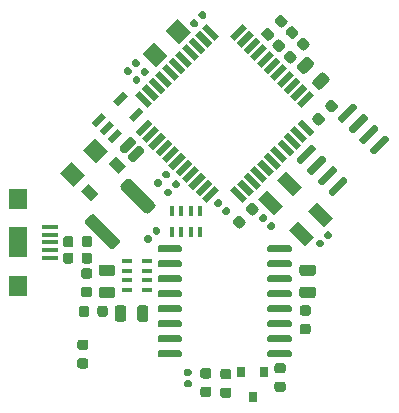
<source format=gbr>
G04 #@! TF.GenerationSoftware,KiCad,Pcbnew,(5.1.6)-1*
G04 #@! TF.CreationDate,2020-09-19T09:47:57+02:00*
G04 #@! TF.ProjectId,ArduinoProMicroUSB,41726475-696e-46f5-9072-6f4d6963726f,rev?*
G04 #@! TF.SameCoordinates,Original*
G04 #@! TF.FileFunction,Paste,Top*
G04 #@! TF.FilePolarity,Positive*
%FSLAX46Y46*%
G04 Gerber Fmt 4.6, Leading zero omitted, Abs format (unit mm)*
G04 Created by KiCad (PCBNEW (5.1.6)-1) date 2020-09-19 09:47:57*
%MOMM*%
%LPD*%
G01*
G04 APERTURE LIST*
%ADD10C,0.100000*%
%ADD11R,1.399540X0.398780*%
%ADD12R,1.498600X1.798320*%
%ADD13R,1.498600X2.499360*%
%ADD14R,0.797560X0.899160*%
%ADD15R,0.900000X0.400000*%
%ADD16R,0.400000X0.900000*%
G04 APERTURE END LIST*
D10*
G36*
X163620188Y-52472866D02*
G01*
X163231280Y-52083958D01*
X164291940Y-51023298D01*
X164680848Y-51412206D01*
X163620188Y-52472866D01*
G37*
G36*
X164185874Y-53038551D02*
G01*
X163796966Y-52649643D01*
X164857626Y-51588983D01*
X165246534Y-51977891D01*
X164185874Y-53038551D01*
G37*
G36*
X164751559Y-53604236D02*
G01*
X164362651Y-53215328D01*
X165423311Y-52154668D01*
X165812219Y-52543576D01*
X164751559Y-53604236D01*
G37*
G36*
X165317244Y-54169922D02*
G01*
X164928336Y-53781014D01*
X165988996Y-52720354D01*
X166377904Y-53109262D01*
X165317244Y-54169922D01*
G37*
G36*
X165882930Y-54735607D02*
G01*
X165494022Y-54346699D01*
X166554682Y-53286039D01*
X166943590Y-53674947D01*
X165882930Y-54735607D01*
G37*
G36*
X166448615Y-55301293D02*
G01*
X166059707Y-54912385D01*
X167120367Y-53851725D01*
X167509275Y-54240633D01*
X166448615Y-55301293D01*
G37*
G36*
X167014301Y-55866978D02*
G01*
X166625393Y-55478070D01*
X167686053Y-54417410D01*
X168074961Y-54806318D01*
X167014301Y-55866978D01*
G37*
G36*
X167579986Y-56432664D02*
G01*
X167191078Y-56043756D01*
X168251738Y-54983096D01*
X168640646Y-55372004D01*
X167579986Y-56432664D01*
G37*
G36*
X168145672Y-56998349D02*
G01*
X167756764Y-56609441D01*
X168817424Y-55548781D01*
X169206332Y-55937689D01*
X168145672Y-56998349D01*
G37*
G36*
X168711357Y-57564034D02*
G01*
X168322449Y-57175126D01*
X169383109Y-56114466D01*
X169772017Y-56503374D01*
X168711357Y-57564034D01*
G37*
G36*
X169277042Y-58129720D02*
G01*
X168888134Y-57740812D01*
X169948794Y-56680152D01*
X170337702Y-57069060D01*
X169277042Y-58129720D01*
G37*
G36*
X172741866Y-57740812D02*
G01*
X172352958Y-58129720D01*
X171292298Y-57069060D01*
X171681206Y-56680152D01*
X172741866Y-57740812D01*
G37*
G36*
X173307551Y-57175126D02*
G01*
X172918643Y-57564034D01*
X171857983Y-56503374D01*
X172246891Y-56114466D01*
X173307551Y-57175126D01*
G37*
G36*
X173873236Y-56609441D02*
G01*
X173484328Y-56998349D01*
X172423668Y-55937689D01*
X172812576Y-55548781D01*
X173873236Y-56609441D01*
G37*
G36*
X174438922Y-56043756D02*
G01*
X174050014Y-56432664D01*
X172989354Y-55372004D01*
X173378262Y-54983096D01*
X174438922Y-56043756D01*
G37*
G36*
X175004607Y-55478070D02*
G01*
X174615699Y-55866978D01*
X173555039Y-54806318D01*
X173943947Y-54417410D01*
X175004607Y-55478070D01*
G37*
G36*
X175570293Y-54912385D02*
G01*
X175181385Y-55301293D01*
X174120725Y-54240633D01*
X174509633Y-53851725D01*
X175570293Y-54912385D01*
G37*
G36*
X176135978Y-54346699D02*
G01*
X175747070Y-54735607D01*
X174686410Y-53674947D01*
X175075318Y-53286039D01*
X176135978Y-54346699D01*
G37*
G36*
X176701664Y-53781014D02*
G01*
X176312756Y-54169922D01*
X175252096Y-53109262D01*
X175641004Y-52720354D01*
X176701664Y-53781014D01*
G37*
G36*
X177267349Y-53215328D02*
G01*
X176878441Y-53604236D01*
X175817781Y-52543576D01*
X176206689Y-52154668D01*
X177267349Y-53215328D01*
G37*
G36*
X177833034Y-52649643D02*
G01*
X177444126Y-53038551D01*
X176383466Y-51977891D01*
X176772374Y-51588983D01*
X177833034Y-52649643D01*
G37*
G36*
X178398720Y-52083958D02*
G01*
X178009812Y-52472866D01*
X176949152Y-51412206D01*
X177338060Y-51023298D01*
X178398720Y-52083958D01*
G37*
G36*
X177338060Y-50068702D02*
G01*
X176949152Y-49679794D01*
X178009812Y-48619134D01*
X178398720Y-49008042D01*
X177338060Y-50068702D01*
G37*
G36*
X176772374Y-49503017D02*
G01*
X176383466Y-49114109D01*
X177444126Y-48053449D01*
X177833034Y-48442357D01*
X176772374Y-49503017D01*
G37*
G36*
X176206689Y-48937332D02*
G01*
X175817781Y-48548424D01*
X176878441Y-47487764D01*
X177267349Y-47876672D01*
X176206689Y-48937332D01*
G37*
G36*
X175641004Y-48371646D02*
G01*
X175252096Y-47982738D01*
X176312756Y-46922078D01*
X176701664Y-47310986D01*
X175641004Y-48371646D01*
G37*
G36*
X175075318Y-47805961D02*
G01*
X174686410Y-47417053D01*
X175747070Y-46356393D01*
X176135978Y-46745301D01*
X175075318Y-47805961D01*
G37*
G36*
X174509633Y-47240275D02*
G01*
X174120725Y-46851367D01*
X175181385Y-45790707D01*
X175570293Y-46179615D01*
X174509633Y-47240275D01*
G37*
G36*
X173943947Y-46674590D02*
G01*
X173555039Y-46285682D01*
X174615699Y-45225022D01*
X175004607Y-45613930D01*
X173943947Y-46674590D01*
G37*
G36*
X173378262Y-46108904D02*
G01*
X172989354Y-45719996D01*
X174050014Y-44659336D01*
X174438922Y-45048244D01*
X173378262Y-46108904D01*
G37*
G36*
X172812576Y-45543219D02*
G01*
X172423668Y-45154311D01*
X173484328Y-44093651D01*
X173873236Y-44482559D01*
X172812576Y-45543219D01*
G37*
G36*
X172246891Y-44977534D02*
G01*
X171857983Y-44588626D01*
X172918643Y-43527966D01*
X173307551Y-43916874D01*
X172246891Y-44977534D01*
G37*
G36*
X171681206Y-44411848D02*
G01*
X171292298Y-44022940D01*
X172352958Y-42962280D01*
X172741866Y-43351188D01*
X171681206Y-44411848D01*
G37*
G36*
X170337702Y-44022940D02*
G01*
X169948794Y-44411848D01*
X168888134Y-43351188D01*
X169277042Y-42962280D01*
X170337702Y-44022940D01*
G37*
G36*
X169772017Y-44588626D02*
G01*
X169383109Y-44977534D01*
X168322449Y-43916874D01*
X168711357Y-43527966D01*
X169772017Y-44588626D01*
G37*
G36*
X169206332Y-45154311D02*
G01*
X168817424Y-45543219D01*
X167756764Y-44482559D01*
X168145672Y-44093651D01*
X169206332Y-45154311D01*
G37*
G36*
X168640646Y-45719996D02*
G01*
X168251738Y-46108904D01*
X167191078Y-45048244D01*
X167579986Y-44659336D01*
X168640646Y-45719996D01*
G37*
G36*
X168074961Y-46285682D02*
G01*
X167686053Y-46674590D01*
X166625393Y-45613930D01*
X167014301Y-45225022D01*
X168074961Y-46285682D01*
G37*
G36*
X167509275Y-46851367D02*
G01*
X167120367Y-47240275D01*
X166059707Y-46179615D01*
X166448615Y-45790707D01*
X167509275Y-46851367D01*
G37*
G36*
X166943590Y-47417053D02*
G01*
X166554682Y-47805961D01*
X165494022Y-46745301D01*
X165882930Y-46356393D01*
X166943590Y-47417053D01*
G37*
G36*
X166377904Y-47982738D02*
G01*
X165988996Y-48371646D01*
X164928336Y-47310986D01*
X165317244Y-46922078D01*
X166377904Y-47982738D01*
G37*
G36*
X165812219Y-48548424D02*
G01*
X165423311Y-48937332D01*
X164362651Y-47876672D01*
X164751559Y-47487764D01*
X165812219Y-48548424D01*
G37*
G36*
X165246534Y-49114109D02*
G01*
X164857626Y-49503017D01*
X163796966Y-48442357D01*
X164185874Y-48053449D01*
X165246534Y-49114109D01*
G37*
G36*
X164680848Y-49679794D02*
G01*
X164291940Y-50068702D01*
X163231280Y-49008042D01*
X163620188Y-48619134D01*
X164680848Y-49679794D01*
G37*
G36*
G01*
X165140000Y-62164100D02*
X165140000Y-61864100D01*
G75*
G02*
X165290000Y-61714100I150000J0D01*
G01*
X167040000Y-61714100D01*
G75*
G02*
X167190000Y-61864100I0J-150000D01*
G01*
X167190000Y-62164100D01*
G75*
G02*
X167040000Y-62314100I-150000J0D01*
G01*
X165290000Y-62314100D01*
G75*
G02*
X165140000Y-62164100I0J150000D01*
G01*
G37*
G36*
G01*
X165140000Y-63434100D02*
X165140000Y-63134100D01*
G75*
G02*
X165290000Y-62984100I150000J0D01*
G01*
X167040000Y-62984100D01*
G75*
G02*
X167190000Y-63134100I0J-150000D01*
G01*
X167190000Y-63434100D01*
G75*
G02*
X167040000Y-63584100I-150000J0D01*
G01*
X165290000Y-63584100D01*
G75*
G02*
X165140000Y-63434100I0J150000D01*
G01*
G37*
G36*
G01*
X165140000Y-64704100D02*
X165140000Y-64404100D01*
G75*
G02*
X165290000Y-64254100I150000J0D01*
G01*
X167040000Y-64254100D01*
G75*
G02*
X167190000Y-64404100I0J-150000D01*
G01*
X167190000Y-64704100D01*
G75*
G02*
X167040000Y-64854100I-150000J0D01*
G01*
X165290000Y-64854100D01*
G75*
G02*
X165140000Y-64704100I0J150000D01*
G01*
G37*
G36*
G01*
X165140000Y-65974100D02*
X165140000Y-65674100D01*
G75*
G02*
X165290000Y-65524100I150000J0D01*
G01*
X167040000Y-65524100D01*
G75*
G02*
X167190000Y-65674100I0J-150000D01*
G01*
X167190000Y-65974100D01*
G75*
G02*
X167040000Y-66124100I-150000J0D01*
G01*
X165290000Y-66124100D01*
G75*
G02*
X165140000Y-65974100I0J150000D01*
G01*
G37*
G36*
G01*
X165140000Y-67244100D02*
X165140000Y-66944100D01*
G75*
G02*
X165290000Y-66794100I150000J0D01*
G01*
X167040000Y-66794100D01*
G75*
G02*
X167190000Y-66944100I0J-150000D01*
G01*
X167190000Y-67244100D01*
G75*
G02*
X167040000Y-67394100I-150000J0D01*
G01*
X165290000Y-67394100D01*
G75*
G02*
X165140000Y-67244100I0J150000D01*
G01*
G37*
G36*
G01*
X165140000Y-68514100D02*
X165140000Y-68214100D01*
G75*
G02*
X165290000Y-68064100I150000J0D01*
G01*
X167040000Y-68064100D01*
G75*
G02*
X167190000Y-68214100I0J-150000D01*
G01*
X167190000Y-68514100D01*
G75*
G02*
X167040000Y-68664100I-150000J0D01*
G01*
X165290000Y-68664100D01*
G75*
G02*
X165140000Y-68514100I0J150000D01*
G01*
G37*
G36*
G01*
X165140000Y-69784100D02*
X165140000Y-69484100D01*
G75*
G02*
X165290000Y-69334100I150000J0D01*
G01*
X167040000Y-69334100D01*
G75*
G02*
X167190000Y-69484100I0J-150000D01*
G01*
X167190000Y-69784100D01*
G75*
G02*
X167040000Y-69934100I-150000J0D01*
G01*
X165290000Y-69934100D01*
G75*
G02*
X165140000Y-69784100I0J150000D01*
G01*
G37*
G36*
G01*
X165140000Y-71054100D02*
X165140000Y-70754100D01*
G75*
G02*
X165290000Y-70604100I150000J0D01*
G01*
X167040000Y-70604100D01*
G75*
G02*
X167190000Y-70754100I0J-150000D01*
G01*
X167190000Y-71054100D01*
G75*
G02*
X167040000Y-71204100I-150000J0D01*
G01*
X165290000Y-71204100D01*
G75*
G02*
X165140000Y-71054100I0J150000D01*
G01*
G37*
G36*
G01*
X174440000Y-71054100D02*
X174440000Y-70754100D01*
G75*
G02*
X174590000Y-70604100I150000J0D01*
G01*
X176340000Y-70604100D01*
G75*
G02*
X176490000Y-70754100I0J-150000D01*
G01*
X176490000Y-71054100D01*
G75*
G02*
X176340000Y-71204100I-150000J0D01*
G01*
X174590000Y-71204100D01*
G75*
G02*
X174440000Y-71054100I0J150000D01*
G01*
G37*
G36*
G01*
X174440000Y-69784100D02*
X174440000Y-69484100D01*
G75*
G02*
X174590000Y-69334100I150000J0D01*
G01*
X176340000Y-69334100D01*
G75*
G02*
X176490000Y-69484100I0J-150000D01*
G01*
X176490000Y-69784100D01*
G75*
G02*
X176340000Y-69934100I-150000J0D01*
G01*
X174590000Y-69934100D01*
G75*
G02*
X174440000Y-69784100I0J150000D01*
G01*
G37*
G36*
G01*
X174440000Y-68514100D02*
X174440000Y-68214100D01*
G75*
G02*
X174590000Y-68064100I150000J0D01*
G01*
X176340000Y-68064100D01*
G75*
G02*
X176490000Y-68214100I0J-150000D01*
G01*
X176490000Y-68514100D01*
G75*
G02*
X176340000Y-68664100I-150000J0D01*
G01*
X174590000Y-68664100D01*
G75*
G02*
X174440000Y-68514100I0J150000D01*
G01*
G37*
G36*
G01*
X174440000Y-67244100D02*
X174440000Y-66944100D01*
G75*
G02*
X174590000Y-66794100I150000J0D01*
G01*
X176340000Y-66794100D01*
G75*
G02*
X176490000Y-66944100I0J-150000D01*
G01*
X176490000Y-67244100D01*
G75*
G02*
X176340000Y-67394100I-150000J0D01*
G01*
X174590000Y-67394100D01*
G75*
G02*
X174440000Y-67244100I0J150000D01*
G01*
G37*
G36*
G01*
X174440000Y-65974100D02*
X174440000Y-65674100D01*
G75*
G02*
X174590000Y-65524100I150000J0D01*
G01*
X176340000Y-65524100D01*
G75*
G02*
X176490000Y-65674100I0J-150000D01*
G01*
X176490000Y-65974100D01*
G75*
G02*
X176340000Y-66124100I-150000J0D01*
G01*
X174590000Y-66124100D01*
G75*
G02*
X174440000Y-65974100I0J150000D01*
G01*
G37*
G36*
G01*
X174440000Y-64704100D02*
X174440000Y-64404100D01*
G75*
G02*
X174590000Y-64254100I150000J0D01*
G01*
X176340000Y-64254100D01*
G75*
G02*
X176490000Y-64404100I0J-150000D01*
G01*
X176490000Y-64704100D01*
G75*
G02*
X176340000Y-64854100I-150000J0D01*
G01*
X174590000Y-64854100D01*
G75*
G02*
X174440000Y-64704100I0J150000D01*
G01*
G37*
G36*
G01*
X174440000Y-63434100D02*
X174440000Y-63134100D01*
G75*
G02*
X174590000Y-62984100I150000J0D01*
G01*
X176340000Y-62984100D01*
G75*
G02*
X176490000Y-63134100I0J-150000D01*
G01*
X176490000Y-63434100D01*
G75*
G02*
X176340000Y-63584100I-150000J0D01*
G01*
X174590000Y-63584100D01*
G75*
G02*
X174440000Y-63434100I0J150000D01*
G01*
G37*
G36*
G01*
X174440000Y-62164100D02*
X174440000Y-61864100D01*
G75*
G02*
X174590000Y-61714100I150000J0D01*
G01*
X176340000Y-61714100D01*
G75*
G02*
X176490000Y-61864100I0J-150000D01*
G01*
X176490000Y-62164100D01*
G75*
G02*
X176340000Y-62314100I-150000J0D01*
G01*
X174590000Y-62314100D01*
G75*
G02*
X174440000Y-62164100I0J150000D01*
G01*
G37*
G36*
G01*
X164366000Y-67044250D02*
X164366000Y-67956750D01*
G75*
G02*
X164122250Y-68200500I-243750J0D01*
G01*
X163634750Y-68200500D01*
G75*
G02*
X163391000Y-67956750I0J243750D01*
G01*
X163391000Y-67044250D01*
G75*
G02*
X163634750Y-66800500I243750J0D01*
G01*
X164122250Y-66800500D01*
G75*
G02*
X164366000Y-67044250I0J-243750D01*
G01*
G37*
G36*
G01*
X162491000Y-67044250D02*
X162491000Y-67956750D01*
G75*
G02*
X162247250Y-68200500I-243750J0D01*
G01*
X161759750Y-68200500D01*
G75*
G02*
X161516000Y-67956750I0J243750D01*
G01*
X161516000Y-67044250D01*
G75*
G02*
X161759750Y-66800500I243750J0D01*
G01*
X162247250Y-66800500D01*
G75*
G02*
X162491000Y-67044250I0J-243750D01*
G01*
G37*
D11*
X156049980Y-61468000D03*
X156049980Y-60820300D03*
X156049980Y-62765940D03*
X156049980Y-62115700D03*
D12*
X153352500Y-65145920D03*
X153352500Y-57790080D03*
D13*
X153352500Y-61468000D03*
D11*
X156049980Y-60170060D03*
G36*
G01*
X179638245Y-47829923D02*
X178993010Y-48475158D01*
G75*
G02*
X178648296Y-48475158I-172357J172357D01*
G01*
X178303581Y-48130443D01*
G75*
G02*
X178303581Y-47785729I172357J172357D01*
G01*
X178948816Y-47140494D01*
G75*
G02*
X179293530Y-47140494I172357J-172357D01*
G01*
X179638245Y-47485209D01*
G75*
G02*
X179638245Y-47829923I-172357J-172357D01*
G01*
G37*
G36*
G01*
X178312419Y-46504097D02*
X177667184Y-47149332D01*
G75*
G02*
X177322470Y-47149332I-172357J172357D01*
G01*
X176977755Y-46804617D01*
G75*
G02*
X176977755Y-46459903I172357J172357D01*
G01*
X177622990Y-45814668D01*
G75*
G02*
X177967704Y-45814668I172357J-172357D01*
G01*
X178312419Y-46159383D01*
G75*
G02*
X178312419Y-46504097I-172357J-172357D01*
G01*
G37*
D10*
G36*
X160952670Y-53791046D02*
G01*
X159963046Y-54780670D01*
X158833330Y-53650954D01*
X159822954Y-52661330D01*
X160952670Y-53791046D01*
G37*
G36*
X158973422Y-55770294D02*
G01*
X157983798Y-56759918D01*
X156854082Y-55630202D01*
X157843706Y-54640578D01*
X158973422Y-55770294D01*
G37*
G36*
X165830054Y-43542730D02*
G01*
X166819678Y-42553106D01*
X167949394Y-43682822D01*
X166959770Y-44672446D01*
X165830054Y-43542730D01*
G37*
G36*
X163850806Y-45521978D02*
G01*
X164840430Y-44532354D01*
X165970146Y-45662070D01*
X164980522Y-46651694D01*
X163850806Y-45521978D01*
G37*
G36*
G01*
X162697374Y-46646775D02*
X162941325Y-46890727D01*
G75*
G02*
X162941325Y-47099323I-104298J-104298D01*
G01*
X162732729Y-47307919D01*
G75*
G02*
X162524133Y-47307919I-104298J104298D01*
G01*
X162280181Y-47063967D01*
G75*
G02*
X162280181Y-46855371I104298J104298D01*
G01*
X162488777Y-46646775D01*
G75*
G02*
X162697373Y-46646775I104298J-104298D01*
G01*
G37*
G36*
G01*
X163383268Y-45960881D02*
X163627219Y-46204833D01*
G75*
G02*
X163627219Y-46413429I-104298J-104298D01*
G01*
X163418623Y-46622025D01*
G75*
G02*
X163210027Y-46622025I-104298J104298D01*
G01*
X162966075Y-46378073D01*
G75*
G02*
X162966075Y-46169477I104298J104298D01*
G01*
X163174671Y-45960881D01*
G75*
G02*
X163383267Y-45960881I104298J-104298D01*
G01*
G37*
G36*
G01*
X168162932Y-43256619D02*
X167918981Y-43012667D01*
G75*
G02*
X167918981Y-42804071I104298J104298D01*
G01*
X168127577Y-42595475D01*
G75*
G02*
X168336173Y-42595475I104298J-104298D01*
G01*
X168580125Y-42839427D01*
G75*
G02*
X168580125Y-43048023I-104298J-104298D01*
G01*
X168371529Y-43256619D01*
G75*
G02*
X168162933Y-43256619I-104298J104298D01*
G01*
G37*
G36*
G01*
X168848826Y-42570725D02*
X168604875Y-42326773D01*
G75*
G02*
X168604875Y-42118177I104298J104298D01*
G01*
X168813471Y-41909581D01*
G75*
G02*
X169022067Y-41909581I104298J-104298D01*
G01*
X169266019Y-42153533D01*
G75*
G02*
X169266019Y-42362129I-104298J-104298D01*
G01*
X169057423Y-42570725D01*
G75*
G02*
X168848827Y-42570725I-104298J104298D01*
G01*
G37*
G36*
G01*
X178978774Y-61226375D02*
X179222725Y-61470327D01*
G75*
G02*
X179222725Y-61678923I-104298J-104298D01*
G01*
X179014129Y-61887519D01*
G75*
G02*
X178805533Y-61887519I-104298J104298D01*
G01*
X178561581Y-61643567D01*
G75*
G02*
X178561581Y-61434971I104298J104298D01*
G01*
X178770177Y-61226375D01*
G75*
G02*
X178978773Y-61226375I104298J-104298D01*
G01*
G37*
G36*
G01*
X179664668Y-60540481D02*
X179908619Y-60784433D01*
G75*
G02*
X179908619Y-60993029I-104298J-104298D01*
G01*
X179700023Y-61201625D01*
G75*
G02*
X179491427Y-61201625I-104298J104298D01*
G01*
X179247475Y-60957673D01*
G75*
G02*
X179247475Y-60749077I104298J104298D01*
G01*
X179456071Y-60540481D01*
G75*
G02*
X179664667Y-60540481I104298J-104298D01*
G01*
G37*
G36*
G01*
X174446875Y-60009826D02*
X174690827Y-59765875D01*
G75*
G02*
X174899423Y-59765875I104298J-104298D01*
G01*
X175108019Y-59974471D01*
G75*
G02*
X175108019Y-60183067I-104298J-104298D01*
G01*
X174864067Y-60427019D01*
G75*
G02*
X174655471Y-60427019I-104298J104298D01*
G01*
X174446875Y-60218423D01*
G75*
G02*
X174446875Y-60009827I104298J104298D01*
G01*
G37*
G36*
G01*
X173760981Y-59323932D02*
X174004933Y-59079981D01*
G75*
G02*
X174213529Y-59079981I104298J-104298D01*
G01*
X174422125Y-59288577D01*
G75*
G02*
X174422125Y-59497173I-104298J-104298D01*
G01*
X174178173Y-59741125D01*
G75*
G02*
X173969577Y-59741125I-104298J104298D01*
G01*
X173760981Y-59532529D01*
G75*
G02*
X173760981Y-59323933I104298J104298D01*
G01*
G37*
G36*
G01*
X167876000Y-73741500D02*
X167531000Y-73741500D01*
G75*
G02*
X167383500Y-73594000I0J147500D01*
G01*
X167383500Y-73299000D01*
G75*
G02*
X167531000Y-73151500I147500J0D01*
G01*
X167876000Y-73151500D01*
G75*
G02*
X168023500Y-73299000I0J-147500D01*
G01*
X168023500Y-73594000D01*
G75*
G02*
X167876000Y-73741500I-147500J0D01*
G01*
G37*
G36*
G01*
X167876000Y-72771500D02*
X167531000Y-72771500D01*
G75*
G02*
X167383500Y-72624000I0J147500D01*
G01*
X167383500Y-72329000D01*
G75*
G02*
X167531000Y-72181500I147500J0D01*
G01*
X167876000Y-72181500D01*
G75*
G02*
X168023500Y-72329000I0J-147500D01*
G01*
X168023500Y-72624000D01*
G75*
G02*
X167876000Y-72771500I-147500J0D01*
G01*
G37*
G36*
G01*
X164962626Y-60807925D02*
X164718675Y-60563973D01*
G75*
G02*
X164718675Y-60355377I104298J104298D01*
G01*
X164927271Y-60146781D01*
G75*
G02*
X165135867Y-60146781I104298J-104298D01*
G01*
X165379819Y-60390733D01*
G75*
G02*
X165379819Y-60599329I-104298J-104298D01*
G01*
X165171223Y-60807925D01*
G75*
G02*
X164962627Y-60807925I-104298J104298D01*
G01*
G37*
G36*
G01*
X164276732Y-61493819D02*
X164032781Y-61249867D01*
G75*
G02*
X164032781Y-61041271I104298J104298D01*
G01*
X164241377Y-60832675D01*
G75*
G02*
X164449973Y-60832675I104298J-104298D01*
G01*
X164693925Y-61076627D01*
G75*
G02*
X164693925Y-61285223I-104298J-104298D01*
G01*
X164485329Y-61493819D01*
G75*
G02*
X164276733Y-61493819I-104298J104298D01*
G01*
G37*
G36*
G01*
X171298019Y-58913068D02*
X171054067Y-59157019D01*
G75*
G02*
X170845471Y-59157019I-104298J104298D01*
G01*
X170636875Y-58948423D01*
G75*
G02*
X170636875Y-58739827I104298J104298D01*
G01*
X170880827Y-58495875D01*
G75*
G02*
X171089423Y-58495875I104298J-104298D01*
G01*
X171298019Y-58704471D01*
G75*
G02*
X171298019Y-58913067I-104298J-104298D01*
G01*
G37*
G36*
G01*
X170612125Y-58227174D02*
X170368173Y-58471125D01*
G75*
G02*
X170159577Y-58471125I-104298J104298D01*
G01*
X169950981Y-58262529D01*
G75*
G02*
X169950981Y-58053933I104298J104298D01*
G01*
X170194933Y-57809981D01*
G75*
G02*
X170403529Y-57809981I104298J-104298D01*
G01*
X170612125Y-58018577D01*
G75*
G02*
X170612125Y-58227173I-104298J-104298D01*
G01*
G37*
G36*
G01*
X163273432Y-48044519D02*
X163029481Y-47800567D01*
G75*
G02*
X163029481Y-47591971I104298J104298D01*
G01*
X163238077Y-47383375D01*
G75*
G02*
X163446673Y-47383375I104298J-104298D01*
G01*
X163690625Y-47627327D01*
G75*
G02*
X163690625Y-47835923I-104298J-104298D01*
G01*
X163482029Y-48044519D01*
G75*
G02*
X163273433Y-48044519I-104298J104298D01*
G01*
G37*
G36*
G01*
X163959326Y-47358625D02*
X163715375Y-47114673D01*
G75*
G02*
X163715375Y-46906077I104298J104298D01*
G01*
X163923971Y-46697481D01*
G75*
G02*
X164132567Y-46697481I104298J-104298D01*
G01*
X164376519Y-46941433D01*
G75*
G02*
X164376519Y-47150029I-104298J-104298D01*
G01*
X164167923Y-47358625D01*
G75*
G02*
X163959327Y-47358625I-104298J104298D01*
G01*
G37*
G36*
G01*
X165114932Y-56744019D02*
X164870981Y-56500067D01*
G75*
G02*
X164870981Y-56291471I104298J104298D01*
G01*
X165079577Y-56082875D01*
G75*
G02*
X165288173Y-56082875I104298J-104298D01*
G01*
X165532125Y-56326827D01*
G75*
G02*
X165532125Y-56535423I-104298J-104298D01*
G01*
X165323529Y-56744019D01*
G75*
G02*
X165114933Y-56744019I-104298J104298D01*
G01*
G37*
G36*
G01*
X165800826Y-56058125D02*
X165556875Y-55814173D01*
G75*
G02*
X165556875Y-55605577I104298J104298D01*
G01*
X165765471Y-55396981D01*
G75*
G02*
X165974067Y-55396981I104298J-104298D01*
G01*
X166218019Y-55640933D01*
G75*
G02*
X166218019Y-55849529I-104298J-104298D01*
G01*
X166009423Y-56058125D01*
G75*
G02*
X165800827Y-56058125I-104298J104298D01*
G01*
G37*
G36*
G01*
X166799568Y-56222481D02*
X167043519Y-56466433D01*
G75*
G02*
X167043519Y-56675029I-104298J-104298D01*
G01*
X166834923Y-56883625D01*
G75*
G02*
X166626327Y-56883625I-104298J104298D01*
G01*
X166382375Y-56639673D01*
G75*
G02*
X166382375Y-56431077I104298J104298D01*
G01*
X166590971Y-56222481D01*
G75*
G02*
X166799567Y-56222481I104298J-104298D01*
G01*
G37*
G36*
G01*
X166113674Y-56908375D02*
X166357625Y-57152327D01*
G75*
G02*
X166357625Y-57360923I-104298J-104298D01*
G01*
X166149029Y-57569519D01*
G75*
G02*
X165940433Y-57569519I-104298J104298D01*
G01*
X165696481Y-57325567D01*
G75*
G02*
X165696481Y-57116971I104298J104298D01*
G01*
X165905077Y-56908375D01*
G75*
G02*
X166113673Y-56908375I104298J-104298D01*
G01*
G37*
G36*
X159507114Y-58003414D02*
G01*
X158658586Y-57154886D01*
X159294982Y-56518490D01*
X160143510Y-57367018D01*
X159507114Y-58003414D01*
G37*
G36*
X161840566Y-55669962D02*
G01*
X160992038Y-54821434D01*
X161628434Y-54185038D01*
X162476962Y-55033566D01*
X161840566Y-55669962D01*
G37*
G36*
G01*
X177394550Y-65220000D02*
X178307050Y-65220000D01*
G75*
G02*
X178550800Y-65463750I0J-243750D01*
G01*
X178550800Y-65951250D01*
G75*
G02*
X178307050Y-66195000I-243750J0D01*
G01*
X177394550Y-66195000D01*
G75*
G02*
X177150800Y-65951250I0J243750D01*
G01*
X177150800Y-65463750D01*
G75*
G02*
X177394550Y-65220000I243750J0D01*
G01*
G37*
G36*
G01*
X177394550Y-63345000D02*
X178307050Y-63345000D01*
G75*
G02*
X178550800Y-63588750I0J-243750D01*
G01*
X178550800Y-64076250D01*
G75*
G02*
X178307050Y-64320000I-243750J0D01*
G01*
X177394550Y-64320000D01*
G75*
G02*
X177150800Y-64076250I0J243750D01*
G01*
X177150800Y-63588750D01*
G75*
G02*
X177394550Y-63345000I243750J0D01*
G01*
G37*
G36*
G01*
X160389250Y-63345000D02*
X161301750Y-63345000D01*
G75*
G02*
X161545500Y-63588750I0J-243750D01*
G01*
X161545500Y-64076250D01*
G75*
G02*
X161301750Y-64320000I-243750J0D01*
G01*
X160389250Y-64320000D01*
G75*
G02*
X160145500Y-64076250I0J243750D01*
G01*
X160145500Y-63588750D01*
G75*
G02*
X160389250Y-63345000I243750J0D01*
G01*
G37*
G36*
G01*
X160389250Y-65220000D02*
X161301750Y-65220000D01*
G75*
G02*
X161545500Y-65463750I0J-243750D01*
G01*
X161545500Y-65951250D01*
G75*
G02*
X161301750Y-66195000I-243750J0D01*
G01*
X160389250Y-66195000D01*
G75*
G02*
X160145500Y-65951250I0J243750D01*
G01*
X160145500Y-65463750D01*
G75*
G02*
X160389250Y-65220000I243750J0D01*
G01*
G37*
G36*
G01*
X161091917Y-62002194D02*
X159041306Y-59951583D01*
G75*
G02*
X159041306Y-59598031I176776J176776D01*
G01*
X159483249Y-59156088D01*
G75*
G02*
X159836801Y-59156088I176776J-176776D01*
G01*
X161887412Y-61206699D01*
G75*
G02*
X161887412Y-61560251I-176776J-176776D01*
G01*
X161445469Y-62002194D01*
G75*
G02*
X161091917Y-62002194I-176776J176776D01*
G01*
G37*
G36*
G01*
X164114799Y-58979312D02*
X162064188Y-56928701D01*
G75*
G02*
X162064188Y-56575149I176776J176776D01*
G01*
X162506131Y-56133206D01*
G75*
G02*
X162859683Y-56133206I176776J-176776D01*
G01*
X164910294Y-58183817D01*
G75*
G02*
X164910294Y-58537369I-176776J-176776D01*
G01*
X164468351Y-58979312D01*
G75*
G02*
X164114799Y-58979312I-176776J176776D01*
G01*
G37*
D14*
X174139860Y-72483980D03*
X172239940Y-72483980D03*
X173189900Y-74582020D03*
G36*
G01*
X169483750Y-72992500D02*
X168971250Y-72992500D01*
G75*
G02*
X168752500Y-72773750I0J218750D01*
G01*
X168752500Y-72336250D01*
G75*
G02*
X168971250Y-72117500I218750J0D01*
G01*
X169483750Y-72117500D01*
G75*
G02*
X169702500Y-72336250I0J-218750D01*
G01*
X169702500Y-72773750D01*
G75*
G02*
X169483750Y-72992500I-218750J0D01*
G01*
G37*
G36*
G01*
X169483750Y-74567500D02*
X168971250Y-74567500D01*
G75*
G02*
X168752500Y-74348750I0J218750D01*
G01*
X168752500Y-73911250D01*
G75*
G02*
X168971250Y-73692500I218750J0D01*
G01*
X169483750Y-73692500D01*
G75*
G02*
X169702500Y-73911250I0J-218750D01*
G01*
X169702500Y-74348750D01*
G75*
G02*
X169483750Y-74567500I-218750J0D01*
G01*
G37*
G36*
G01*
X160927500Y-67053750D02*
X160927500Y-67566250D01*
G75*
G02*
X160708750Y-67785000I-218750J0D01*
G01*
X160271250Y-67785000D01*
G75*
G02*
X160052500Y-67566250I0J218750D01*
G01*
X160052500Y-67053750D01*
G75*
G02*
X160271250Y-66835000I218750J0D01*
G01*
X160708750Y-66835000D01*
G75*
G02*
X160927500Y-67053750I0J-218750D01*
G01*
G37*
G36*
G01*
X159352500Y-67053750D02*
X159352500Y-67566250D01*
G75*
G02*
X159133750Y-67785000I-218750J0D01*
G01*
X158696250Y-67785000D01*
G75*
G02*
X158477500Y-67566250I0J218750D01*
G01*
X158477500Y-67053750D01*
G75*
G02*
X158696250Y-66835000I218750J0D01*
G01*
X159133750Y-66835000D01*
G75*
G02*
X159352500Y-67053750I0J-218750D01*
G01*
G37*
G36*
G01*
X171172850Y-74631000D02*
X170660350Y-74631000D01*
G75*
G02*
X170441600Y-74412250I0J218750D01*
G01*
X170441600Y-73974750D01*
G75*
G02*
X170660350Y-73756000I218750J0D01*
G01*
X171172850Y-73756000D01*
G75*
G02*
X171391600Y-73974750I0J-218750D01*
G01*
X171391600Y-74412250D01*
G75*
G02*
X171172850Y-74631000I-218750J0D01*
G01*
G37*
G36*
G01*
X171172850Y-73056000D02*
X170660350Y-73056000D01*
G75*
G02*
X170441600Y-72837250I0J218750D01*
G01*
X170441600Y-72399750D01*
G75*
G02*
X170660350Y-72181000I218750J0D01*
G01*
X171172850Y-72181000D01*
G75*
G02*
X171391600Y-72399750I0J-218750D01*
G01*
X171391600Y-72837250D01*
G75*
G02*
X171172850Y-73056000I-218750J0D01*
G01*
G37*
G36*
G01*
X173021684Y-59128408D02*
X172659291Y-58766016D01*
G75*
G02*
X172659291Y-58456656I154680J154680D01*
G01*
X172968650Y-58147297D01*
G75*
G02*
X173278010Y-58147297I154680J-154680D01*
G01*
X173640403Y-58509690D01*
G75*
G02*
X173640403Y-58819050I-154680J-154680D01*
G01*
X173331044Y-59128409D01*
G75*
G02*
X173021684Y-59128409I-154680J154680D01*
G01*
G37*
G36*
G01*
X171907990Y-60242102D02*
X171545597Y-59879710D01*
G75*
G02*
X171545597Y-59570350I154680J154680D01*
G01*
X171854956Y-59260991D01*
G75*
G02*
X172164316Y-59260991I154680J-154680D01*
G01*
X172526709Y-59623384D01*
G75*
G02*
X172526709Y-59932744I-154680J-154680D01*
G01*
X172217350Y-60242103D01*
G75*
G02*
X171907990Y-60242103I-154680J154680D01*
G01*
G37*
G36*
G01*
X158019000Y-61148250D02*
X158019000Y-61660750D01*
G75*
G02*
X157800250Y-61879500I-218750J0D01*
G01*
X157362750Y-61879500D01*
G75*
G02*
X157144000Y-61660750I0J218750D01*
G01*
X157144000Y-61148250D01*
G75*
G02*
X157362750Y-60929500I218750J0D01*
G01*
X157800250Y-60929500D01*
G75*
G02*
X158019000Y-61148250I0J-218750D01*
G01*
G37*
G36*
G01*
X159594000Y-61148250D02*
X159594000Y-61660750D01*
G75*
G02*
X159375250Y-61879500I-218750J0D01*
G01*
X158937750Y-61879500D01*
G75*
G02*
X158719000Y-61660750I0J218750D01*
G01*
X158719000Y-61148250D01*
G75*
G02*
X158937750Y-60929500I218750J0D01*
G01*
X159375250Y-60929500D01*
G75*
G02*
X159594000Y-61148250I0J-218750D01*
G01*
G37*
G36*
G01*
X178638990Y-51529902D02*
X178276597Y-51167510D01*
G75*
G02*
X178276597Y-50858150I154680J154680D01*
G01*
X178585956Y-50548791D01*
G75*
G02*
X178895316Y-50548791I154680J-154680D01*
G01*
X179257709Y-50911184D01*
G75*
G02*
X179257709Y-51220544I-154680J-154680D01*
G01*
X178948350Y-51529903D01*
G75*
G02*
X178638990Y-51529903I-154680J154680D01*
G01*
G37*
G36*
G01*
X179752684Y-50416208D02*
X179390291Y-50053816D01*
G75*
G02*
X179390291Y-49744456I154680J154680D01*
G01*
X179699650Y-49435097D01*
G75*
G02*
X180009010Y-49435097I154680J-154680D01*
G01*
X180371403Y-49797490D01*
G75*
G02*
X180371403Y-50106850I-154680J-154680D01*
G01*
X180062044Y-50416209D01*
G75*
G02*
X179752684Y-50416209I-154680J154680D01*
G01*
G37*
G36*
G01*
X159594000Y-62545250D02*
X159594000Y-63057750D01*
G75*
G02*
X159375250Y-63276500I-218750J0D01*
G01*
X158937750Y-63276500D01*
G75*
G02*
X158719000Y-63057750I0J218750D01*
G01*
X158719000Y-62545250D01*
G75*
G02*
X158937750Y-62326500I218750J0D01*
G01*
X159375250Y-62326500D01*
G75*
G02*
X159594000Y-62545250I0J-218750D01*
G01*
G37*
G36*
G01*
X158019000Y-62545250D02*
X158019000Y-63057750D01*
G75*
G02*
X157800250Y-63276500I-218750J0D01*
G01*
X157362750Y-63276500D01*
G75*
G02*
X157144000Y-63057750I0J218750D01*
G01*
X157144000Y-62545250D01*
G75*
G02*
X157362750Y-62326500I218750J0D01*
G01*
X157800250Y-62326500D01*
G75*
G02*
X158019000Y-62545250I0J-218750D01*
G01*
G37*
G36*
G01*
X175257750Y-71685700D02*
X175770250Y-71685700D01*
G75*
G02*
X175989000Y-71904450I0J-218750D01*
G01*
X175989000Y-72341950D01*
G75*
G02*
X175770250Y-72560700I-218750J0D01*
G01*
X175257750Y-72560700D01*
G75*
G02*
X175039000Y-72341950I0J218750D01*
G01*
X175039000Y-71904450D01*
G75*
G02*
X175257750Y-71685700I218750J0D01*
G01*
G37*
G36*
G01*
X175257750Y-73260700D02*
X175770250Y-73260700D01*
G75*
G02*
X175989000Y-73479450I0J-218750D01*
G01*
X175989000Y-73916950D01*
G75*
G02*
X175770250Y-74135700I-218750J0D01*
G01*
X175257750Y-74135700D01*
G75*
G02*
X175039000Y-73916950I0J218750D01*
G01*
X175039000Y-73479450D01*
G75*
G02*
X175257750Y-73260700I218750J0D01*
G01*
G37*
G36*
G01*
X177891150Y-69246200D02*
X177378650Y-69246200D01*
G75*
G02*
X177159900Y-69027450I0J218750D01*
G01*
X177159900Y-68589950D01*
G75*
G02*
X177378650Y-68371200I218750J0D01*
G01*
X177891150Y-68371200D01*
G75*
G02*
X178109900Y-68589950I0J-218750D01*
G01*
X178109900Y-69027450D01*
G75*
G02*
X177891150Y-69246200I-218750J0D01*
G01*
G37*
G36*
G01*
X177891150Y-67671200D02*
X177378650Y-67671200D01*
G75*
G02*
X177159900Y-67452450I0J218750D01*
G01*
X177159900Y-67014950D01*
G75*
G02*
X177378650Y-66796200I218750J0D01*
G01*
X177891150Y-66796200D01*
G75*
G02*
X178109900Y-67014950I0J-218750D01*
G01*
X178109900Y-67452450D01*
G75*
G02*
X177891150Y-67671200I-218750J0D01*
G01*
G37*
G36*
G01*
X158874750Y-65247000D02*
X159387250Y-65247000D01*
G75*
G02*
X159606000Y-65465750I0J-218750D01*
G01*
X159606000Y-65903250D01*
G75*
G02*
X159387250Y-66122000I-218750J0D01*
G01*
X158874750Y-66122000D01*
G75*
G02*
X158656000Y-65903250I0J218750D01*
G01*
X158656000Y-65465750D01*
G75*
G02*
X158874750Y-65247000I218750J0D01*
G01*
G37*
G36*
G01*
X158874750Y-63672000D02*
X159387250Y-63672000D01*
G75*
G02*
X159606000Y-63890750I0J-218750D01*
G01*
X159606000Y-64328250D01*
G75*
G02*
X159387250Y-64547000I-218750J0D01*
G01*
X158874750Y-64547000D01*
G75*
G02*
X158656000Y-64328250I0J218750D01*
G01*
X158656000Y-63890750D01*
G75*
G02*
X158874750Y-63672000I218750J0D01*
G01*
G37*
G36*
G01*
X158557250Y-69704500D02*
X159069750Y-69704500D01*
G75*
G02*
X159288500Y-69923250I0J-218750D01*
G01*
X159288500Y-70360750D01*
G75*
G02*
X159069750Y-70579500I-218750J0D01*
G01*
X158557250Y-70579500D01*
G75*
G02*
X158338500Y-70360750I0J218750D01*
G01*
X158338500Y-69923250D01*
G75*
G02*
X158557250Y-69704500I218750J0D01*
G01*
G37*
G36*
G01*
X158557250Y-71279500D02*
X159069750Y-71279500D01*
G75*
G02*
X159288500Y-71498250I0J-218750D01*
G01*
X159288500Y-71935750D01*
G75*
G02*
X159069750Y-72154500I-218750J0D01*
G01*
X158557250Y-72154500D01*
G75*
G02*
X158338500Y-71935750I0J218750D01*
G01*
X158338500Y-71498250D01*
G75*
G02*
X158557250Y-71279500I218750J0D01*
G01*
G37*
G36*
G01*
X175542516Y-44338492D02*
X175904909Y-44700884D01*
G75*
G02*
X175904909Y-45010244I-154680J-154680D01*
G01*
X175595550Y-45319603D01*
G75*
G02*
X175286190Y-45319603I-154680J154680D01*
G01*
X174923797Y-44957210D01*
G75*
G02*
X174923797Y-44647850I154680J154680D01*
G01*
X175233156Y-44338491D01*
G75*
G02*
X175542516Y-44338491I154680J-154680D01*
G01*
G37*
G36*
G01*
X176656210Y-43224798D02*
X177018603Y-43587190D01*
G75*
G02*
X177018603Y-43896550I-154680J-154680D01*
G01*
X176709244Y-44205909D01*
G75*
G02*
X176399884Y-44205909I-154680J154680D01*
G01*
X176037491Y-43843516D01*
G75*
G02*
X176037491Y-43534156I154680J154680D01*
G01*
X176346850Y-43224797D01*
G75*
G02*
X176656210Y-43224797I154680J-154680D01*
G01*
G37*
G36*
G01*
X174602716Y-43360592D02*
X174965109Y-43722984D01*
G75*
G02*
X174965109Y-44032344I-154680J-154680D01*
G01*
X174655750Y-44341703D01*
G75*
G02*
X174346390Y-44341703I-154680J154680D01*
G01*
X173983997Y-43979310D01*
G75*
G02*
X173983997Y-43669950I154680J154680D01*
G01*
X174293356Y-43360591D01*
G75*
G02*
X174602716Y-43360591I154680J-154680D01*
G01*
G37*
G36*
G01*
X175716410Y-42246898D02*
X176078803Y-42609290D01*
G75*
G02*
X176078803Y-42918650I-154680J-154680D01*
G01*
X175769444Y-43228009D01*
G75*
G02*
X175460084Y-43228009I-154680J154680D01*
G01*
X175097691Y-42865616D01*
G75*
G02*
X175097691Y-42556256I154680J154680D01*
G01*
X175407050Y-42246897D01*
G75*
G02*
X175716410Y-42246897I154680J-154680D01*
G01*
G37*
G36*
G01*
X177608710Y-44189998D02*
X177971103Y-44552390D01*
G75*
G02*
X177971103Y-44861750I-154680J-154680D01*
G01*
X177661744Y-45171109D01*
G75*
G02*
X177352384Y-45171109I-154680J154680D01*
G01*
X176989991Y-44808716D01*
G75*
G02*
X176989991Y-44499356I154680J154680D01*
G01*
X177299350Y-44189997D01*
G75*
G02*
X177608710Y-44189997I154680J-154680D01*
G01*
G37*
G36*
G01*
X176495016Y-45303692D02*
X176857409Y-45666084D01*
G75*
G02*
X176857409Y-45975444I-154680J-154680D01*
G01*
X176548050Y-46284803D01*
G75*
G02*
X176238690Y-46284803I-154680J154680D01*
G01*
X175876297Y-45922410D01*
G75*
G02*
X175876297Y-45613050I154680J154680D01*
G01*
X176185656Y-45303691D01*
G75*
G02*
X176495016Y-45303691I154680J-154680D01*
G01*
G37*
D15*
X162535500Y-63074700D03*
X162535500Y-63874700D03*
X162535500Y-64674700D03*
X162535500Y-65474700D03*
X164235500Y-63074700D03*
X164235500Y-65474700D03*
X164235500Y-63874700D03*
X164235500Y-64674700D03*
D16*
X167963800Y-58852700D03*
X167163800Y-58852700D03*
X168763800Y-58852700D03*
X166363800Y-58852700D03*
X168763800Y-60552700D03*
X167963800Y-60552700D03*
X167163800Y-60552700D03*
X166363800Y-60552700D03*
G36*
G01*
X163995519Y-53840296D02*
X163187296Y-54648519D01*
G75*
G02*
X162917888Y-54648519I-134704J134704D01*
G01*
X162648481Y-54379112D01*
G75*
G02*
X162648481Y-54109704I134704J134704D01*
G01*
X163456704Y-53301481D01*
G75*
G02*
X163726112Y-53301481I134704J-134704D01*
G01*
X163995519Y-53570888D01*
G75*
G02*
X163995519Y-53840296I-134704J-134704D01*
G01*
G37*
G36*
G01*
X163277099Y-53121875D02*
X162468876Y-53930098D01*
G75*
G02*
X162199468Y-53930098I-134704J134704D01*
G01*
X161930061Y-53660691D01*
G75*
G02*
X161930061Y-53391283I134704J134704D01*
G01*
X162738284Y-52583060D01*
G75*
G02*
X163007692Y-52583060I134704J-134704D01*
G01*
X163277099Y-52852467D01*
G75*
G02*
X163277099Y-53121875I-134704J-134704D01*
G01*
G37*
D10*
G36*
X159527153Y-51339454D02*
G01*
X160374890Y-50491717D01*
X160762837Y-50879664D01*
X159915100Y-51727401D01*
X159527153Y-51339454D01*
G37*
G36*
X160198876Y-52011177D02*
G01*
X161046613Y-51163440D01*
X161434560Y-51551387D01*
X160586823Y-52399124D01*
X160198876Y-52011177D01*
G37*
G36*
X160870599Y-52682900D02*
G01*
X161718336Y-51835163D01*
X162106283Y-52223110D01*
X161258546Y-53070847D01*
X160870599Y-52682900D01*
G37*
G36*
X162706163Y-50847336D02*
G01*
X163553900Y-49999599D01*
X163941847Y-50387546D01*
X163094110Y-51235283D01*
X162706163Y-50847336D01*
G37*
G36*
X161362717Y-49503890D02*
G01*
X162210454Y-48656153D01*
X162598401Y-49044100D01*
X161750664Y-49891837D01*
X161362717Y-49503890D01*
G37*
G36*
G01*
X184505093Y-52427878D02*
X184717225Y-52640010D01*
G75*
G02*
X184717225Y-52852142I-106066J-106066D01*
G01*
X183550499Y-54018868D01*
G75*
G02*
X183338367Y-54018868I-106066J106066D01*
G01*
X183126235Y-53806736D01*
G75*
G02*
X183126235Y-53594604I106066J106066D01*
G01*
X184292961Y-52427878D01*
G75*
G02*
X184505093Y-52427878I106066J-106066D01*
G01*
G37*
G36*
G01*
X183607067Y-51529853D02*
X183819199Y-51741985D01*
G75*
G02*
X183819199Y-51954117I-106066J-106066D01*
G01*
X182652473Y-53120843D01*
G75*
G02*
X182440341Y-53120843I-106066J106066D01*
G01*
X182228209Y-52908711D01*
G75*
G02*
X182228209Y-52696579I106066J106066D01*
G01*
X183394935Y-51529853D01*
G75*
G02*
X183607067Y-51529853I106066J-106066D01*
G01*
G37*
G36*
G01*
X182709041Y-50631827D02*
X182921173Y-50843959D01*
G75*
G02*
X182921173Y-51056091I-106066J-106066D01*
G01*
X181754447Y-52222817D01*
G75*
G02*
X181542315Y-52222817I-106066J106066D01*
G01*
X181330183Y-52010685D01*
G75*
G02*
X181330183Y-51798553I106066J106066D01*
G01*
X182496909Y-50631827D01*
G75*
G02*
X182709041Y-50631827I106066J-106066D01*
G01*
G37*
G36*
G01*
X181811016Y-49733801D02*
X182023148Y-49945933D01*
G75*
G02*
X182023148Y-50158065I-106066J-106066D01*
G01*
X180856422Y-51324791D01*
G75*
G02*
X180644290Y-51324791I-106066J106066D01*
G01*
X180432158Y-51112659D01*
G75*
G02*
X180432158Y-50900527I106066J106066D01*
G01*
X181598884Y-49733801D01*
G75*
G02*
X181811016Y-49733801I106066J-106066D01*
G01*
G37*
G36*
G01*
X178310837Y-53233980D02*
X178522969Y-53446112D01*
G75*
G02*
X178522969Y-53658244I-106066J-106066D01*
G01*
X177356243Y-54824970D01*
G75*
G02*
X177144111Y-54824970I-106066J106066D01*
G01*
X176931979Y-54612838D01*
G75*
G02*
X176931979Y-54400706I106066J106066D01*
G01*
X178098705Y-53233980D01*
G75*
G02*
X178310837Y-53233980I106066J-106066D01*
G01*
G37*
G36*
G01*
X179208863Y-54132005D02*
X179420995Y-54344137D01*
G75*
G02*
X179420995Y-54556269I-106066J-106066D01*
G01*
X178254269Y-55722995D01*
G75*
G02*
X178042137Y-55722995I-106066J106066D01*
G01*
X177830005Y-55510863D01*
G75*
G02*
X177830005Y-55298731I106066J106066D01*
G01*
X178996731Y-54132005D01*
G75*
G02*
X179208863Y-54132005I106066J-106066D01*
G01*
G37*
G36*
G01*
X180106889Y-55030031D02*
X180319021Y-55242163D01*
G75*
G02*
X180319021Y-55454295I-106066J-106066D01*
G01*
X179152295Y-56621021D01*
G75*
G02*
X178940163Y-56621021I-106066J106066D01*
G01*
X178728031Y-56408889D01*
G75*
G02*
X178728031Y-56196757I106066J106066D01*
G01*
X179894757Y-55030031D01*
G75*
G02*
X180106889Y-55030031I106066J-106066D01*
G01*
G37*
G36*
G01*
X181004914Y-55928057D02*
X181217046Y-56140189D01*
G75*
G02*
X181217046Y-56352321I-106066J-106066D01*
G01*
X180050320Y-57519047D01*
G75*
G02*
X179838188Y-57519047I-106066J106066D01*
G01*
X179626056Y-57306915D01*
G75*
G02*
X179626056Y-57094783I106066J106066D01*
G01*
X180792782Y-55928057D01*
G75*
G02*
X181004914Y-55928057I106066J-106066D01*
G01*
G37*
G36*
X173629492Y-57806512D02*
G01*
X174407182Y-57028822D01*
X175750628Y-58372268D01*
X174972938Y-59149958D01*
X173629492Y-57806512D01*
G37*
G36*
X176244542Y-60421562D02*
G01*
X177022232Y-59643872D01*
X178365678Y-60987318D01*
X177587988Y-61765008D01*
X176244542Y-60421562D01*
G37*
G36*
X177868172Y-58797932D02*
G01*
X178645862Y-58020242D01*
X179989308Y-59363688D01*
X179211618Y-60141378D01*
X177868172Y-58797932D01*
G37*
G36*
X175253122Y-56182882D02*
G01*
X176030812Y-55405192D01*
X177374258Y-56748638D01*
X176596568Y-57526328D01*
X175253122Y-56182882D01*
G37*
M02*

</source>
